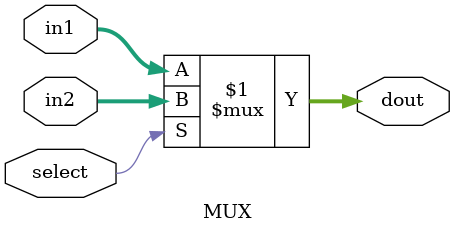
<source format=v>
/** MUX to select input**/
module MUX(dout, in1, in2, select);
    output [15:0]dout;
    input [15:0]in1, in2;
    input select;
    assign dout = select ? in2 : in1;
endmodule
</source>
